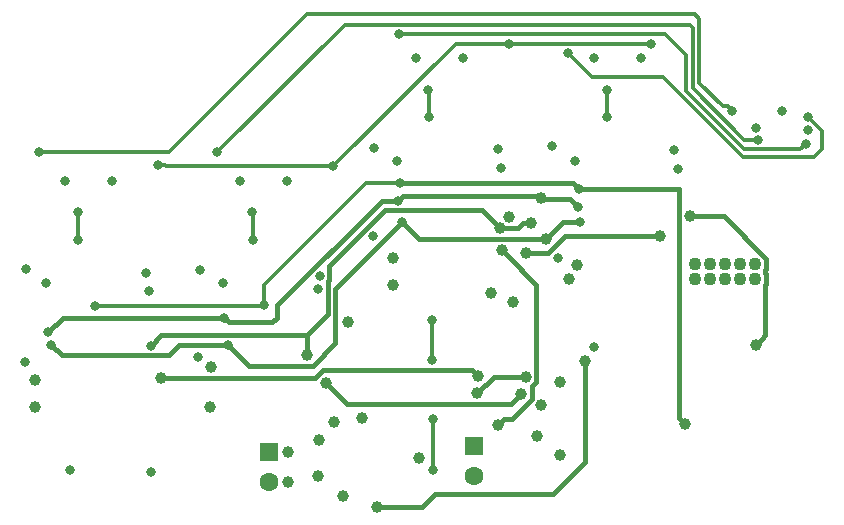
<source format=gbl>
G04 #@! TF.GenerationSoftware,KiCad,Pcbnew,(5.0.0-rc2-dev-70-g2da7199a3)*
G04 #@! TF.CreationDate,2018-03-19T21:57:51-04:00*
G04 #@! TF.ProjectId,analog,616E616C6F672E6B696361645F706362,rev?*
G04 #@! TF.SameCoordinates,Original*
G04 #@! TF.FileFunction,Copper,L4,Bot,Signal*
G04 #@! TF.FilePolarity,Positive*
%FSLAX46Y46*%
G04 Gerber Fmt 4.6, Leading zero omitted, Abs format (unit mm)*
G04 Created by KiCad (PCBNEW (5.0.0-rc2-dev-70-g2da7199a3)) date 03/19/18 21:57:51*
%MOMM*%
%LPD*%
G01*
G04 APERTURE LIST*
%ADD10R,1.600000X1.600000*%
%ADD11C,1.600000*%
%ADD12C,1.100000*%
%ADD13C,1.000000*%
%ADD14C,0.800000*%
%ADD15C,0.400000*%
%ADD16C,0.350000*%
G04 APERTURE END LIST*
D10*
X39300000Y-37800000D03*
D11*
X39300000Y-40300000D03*
X22000000Y-40800000D03*
D10*
X22000000Y-38300000D03*
D12*
X63140000Y-22365000D03*
X63140000Y-23635000D03*
X61870000Y-22365000D03*
X61870000Y-23635000D03*
X60600000Y-22365000D03*
X60600000Y-23635000D03*
X59330000Y-22365000D03*
X59330000Y-23635000D03*
X58060000Y-22365000D03*
X58060000Y-23635000D03*
D13*
X57210960Y-35926813D03*
D14*
X33100000Y-15500000D03*
X48200000Y-16000000D03*
X21532902Y-25831664D03*
X7200000Y-25900000D03*
D13*
X23600000Y-38300000D03*
X48063598Y-22449988D03*
X44990821Y-34261681D03*
X32500012Y-21823062D03*
X46636404Y-32336404D03*
X26200000Y-37300000D03*
X27500000Y-35700000D03*
D14*
X18100000Y-24000000D03*
D13*
X17054502Y-31099990D03*
D14*
X63200000Y-10875010D03*
D13*
X23600000Y-40800000D03*
D14*
X46444791Y-21812280D03*
D13*
X40800000Y-24800000D03*
X42600000Y-25599998D03*
X28700000Y-27300000D03*
X28200000Y-41999990D03*
D14*
X26292286Y-23339100D03*
X30765692Y-19965694D03*
X26099990Y-24513154D03*
D13*
X29805407Y-35400032D03*
X32500012Y-24100000D03*
X47369783Y-23590043D03*
D14*
X15919279Y-30244179D03*
D13*
X26100000Y-40300000D03*
X34700000Y-38800000D03*
X44700000Y-36900000D03*
X46600000Y-38500000D03*
D14*
X1300000Y-30700000D03*
X67600000Y-11000000D03*
X65381634Y-9376387D03*
X12000000Y-40000000D03*
X30900000Y-12499998D03*
X56290908Y-12699992D03*
X56567761Y-14356636D03*
X41356700Y-12627066D03*
X41600000Y-14250012D03*
X45900000Y-12400000D03*
X16100000Y-22899986D03*
X1400000Y-22800000D03*
X49500000Y-29400000D03*
X35817119Y-39817858D03*
X35900000Y-35500000D03*
X35800004Y-27100000D03*
X35800000Y-30500000D03*
X67600000Y-9900000D03*
X47300000Y-4499998D03*
X32975661Y-2875010D03*
X67400000Y-12200000D03*
X63352756Y-11863286D03*
X17600000Y-12900000D03*
X61200000Y-9399999D03*
X2500000Y-12900000D03*
X54299999Y-3700000D03*
X42300000Y-3700000D03*
X12600000Y-14000000D03*
X27400000Y-14100000D03*
D13*
X48700000Y-30600000D03*
X31100000Y-42900000D03*
X43700000Y-31900000D03*
X39600000Y-33300000D03*
X41513477Y-19320488D03*
X44189595Y-18872822D03*
X43700000Y-21400001D03*
X25200000Y-30100000D03*
X55088577Y-19961385D03*
D14*
X11944267Y-29300010D03*
D13*
X63200000Y-29200000D03*
X57610971Y-18337762D03*
X45000000Y-16800000D03*
D14*
X48151823Y-17510699D03*
X32900000Y-17000000D03*
X18200000Y-26900000D03*
X3300000Y-28100000D03*
D13*
X45442394Y-20224833D03*
D14*
X3535757Y-29224990D03*
X18500011Y-29224990D03*
D13*
X42260372Y-18381246D03*
X41699998Y-21200012D03*
X41400000Y-36000000D03*
X26802414Y-32432415D03*
X43300000Y-33400000D03*
X39654530Y-31871510D03*
X12800000Y-32000002D03*
D14*
X48335757Y-18824990D03*
X50574990Y-7600000D03*
X50600000Y-9900000D03*
X49500000Y-4900000D03*
X53500000Y-4900000D03*
X47900000Y-13600000D03*
X33235757Y-18824990D03*
X35474990Y-7600000D03*
X35500000Y-9900000D03*
X34400000Y-4900000D03*
X38400000Y-4900000D03*
X32800000Y-13600000D03*
X20574990Y-18000000D03*
X20600000Y-20300000D03*
D13*
X17000000Y-34500000D03*
D14*
X19500000Y-15300000D03*
X23500000Y-15300000D03*
D13*
X2200000Y-32200006D03*
D14*
X3100000Y-24000000D03*
X8700000Y-15300000D03*
X5100000Y-39800000D03*
X11600000Y-23100000D03*
X11800000Y-24650012D03*
X4700000Y-15300000D03*
D13*
X2200000Y-34500000D03*
D14*
X5800000Y-20300000D03*
X5774990Y-18000000D03*
D15*
X56710961Y-35426814D02*
X57210960Y-35926813D01*
X48200000Y-16000000D02*
X56710961Y-16000000D01*
X56710961Y-16000000D02*
X56710961Y-35426814D01*
D16*
X21532902Y-24167098D02*
X30200000Y-15500000D01*
X21532902Y-25831664D02*
X21532902Y-24167098D01*
X30200000Y-15500000D02*
X32534315Y-15500000D01*
X32534315Y-15500000D02*
X33100000Y-15500000D01*
D15*
X48200000Y-16000000D02*
X47700000Y-15500000D01*
X33665685Y-15500000D02*
X33100000Y-15500000D01*
X47700000Y-15500000D02*
X33665685Y-15500000D01*
D16*
X48000000Y-16000000D02*
X48200000Y-16000000D01*
X21464566Y-25900000D02*
X21532902Y-25831664D01*
X7200000Y-25900000D02*
X21464566Y-25900000D01*
X35900000Y-35500000D02*
X35900000Y-39734977D01*
X35900000Y-39734977D02*
X35817119Y-39817858D01*
X35800000Y-27100004D02*
X35800004Y-27100000D01*
X35800000Y-30500000D02*
X35800000Y-27100004D01*
X55297332Y-6500000D02*
X62097332Y-13300000D01*
X62097332Y-13300000D02*
X68100000Y-13300000D01*
X47300000Y-4499998D02*
X49300002Y-6500000D01*
X49300002Y-6500000D02*
X55297332Y-6500000D01*
X68800000Y-12600000D02*
X68800000Y-11100000D01*
X68100000Y-13300000D02*
X68800000Y-12600000D01*
X67999999Y-10299999D02*
X67600000Y-9900000D01*
X68800000Y-11100000D02*
X67999999Y-10299999D01*
X67400000Y-12200000D02*
X66961712Y-12638288D01*
X57299978Y-7724813D02*
X57299978Y-4677811D01*
X66961712Y-12638288D02*
X62213453Y-12638288D01*
X55497177Y-2875010D02*
X33541346Y-2875010D01*
X33541346Y-2875010D02*
X32975661Y-2875010D01*
X57299978Y-4677811D02*
X55497177Y-2875010D01*
X62213453Y-12638288D02*
X57299978Y-7724813D01*
X57849989Y-7496991D02*
X62216284Y-11863286D01*
X62787071Y-11863286D02*
X63352756Y-11863286D01*
X57849989Y-2349989D02*
X57849989Y-7496991D01*
X57600000Y-2100000D02*
X57849989Y-2349989D01*
X28400000Y-2100000D02*
X57600000Y-2100000D01*
X62216284Y-11863286D02*
X62787071Y-11863286D01*
X17600000Y-12900000D02*
X28400000Y-2100000D01*
X58400000Y-7000000D02*
X60400000Y-9000000D01*
X58400000Y-1600000D02*
X58400000Y-7000000D01*
X58000000Y-1200000D02*
X58400000Y-1600000D01*
X25200000Y-1200000D02*
X58000000Y-1200000D01*
X2500000Y-12900000D02*
X13500000Y-12900000D01*
X13500000Y-12900000D02*
X25200000Y-1200000D01*
X60400000Y-9000000D02*
X60800001Y-9000000D01*
X60800001Y-9000000D02*
X61200000Y-9399999D01*
X37800000Y-3700000D02*
X41734315Y-3700000D01*
X41734315Y-3700000D02*
X42300000Y-3700000D01*
X27400000Y-14100000D02*
X37800000Y-3700000D01*
X42865685Y-3700000D02*
X54299999Y-3700000D01*
X42300000Y-3700000D02*
X42865685Y-3700000D01*
X13165685Y-14000000D02*
X13265685Y-14100000D01*
X12600000Y-14000000D02*
X13165685Y-14000000D01*
X13265685Y-14100000D02*
X27400000Y-14100000D01*
D15*
X34900000Y-42900000D02*
X36000000Y-41800000D01*
X31100000Y-42900000D02*
X34900000Y-42900000D01*
X36000000Y-41800000D02*
X46000000Y-41800000D01*
X46000000Y-41800000D02*
X48700000Y-39100000D01*
X48700000Y-39100000D02*
X48700000Y-30600000D01*
X39600000Y-33300000D02*
X41000000Y-31900000D01*
X41000000Y-31900000D02*
X43700000Y-31900000D01*
X43482489Y-18872822D02*
X43034823Y-19320488D01*
X26992287Y-23823101D02*
X27092287Y-23723101D01*
X26992287Y-26612462D02*
X26992287Y-23823101D01*
X27092287Y-23723101D02*
X27092287Y-22507713D01*
X44189595Y-18872822D02*
X43482489Y-18872822D01*
X25204738Y-28400011D02*
X26992287Y-26612462D01*
X41013478Y-18820489D02*
X41513477Y-19320488D01*
X31800000Y-17800000D02*
X39992989Y-17800000D01*
X27092287Y-22507713D02*
X31800000Y-17800000D01*
X39992989Y-17800000D02*
X41013478Y-18820489D01*
X43034823Y-19320488D02*
X41513477Y-19320488D01*
X55088577Y-19961385D02*
X47038615Y-19961385D01*
X47038615Y-19961385D02*
X45599999Y-21400001D01*
X44407106Y-21400001D02*
X43700000Y-21400001D01*
X45599999Y-21400001D02*
X44407106Y-21400001D01*
X25200000Y-30100000D02*
X25200000Y-29392894D01*
X25200000Y-29392894D02*
X25204738Y-29388156D01*
X25204738Y-29388156D02*
X25204738Y-28400011D01*
X11944267Y-29300010D02*
X12844266Y-28400011D01*
X12844266Y-28400011D02*
X25204738Y-28400011D01*
X64000000Y-23088998D02*
X64090001Y-23178999D01*
X64090001Y-22821001D02*
X64000000Y-22911002D01*
X60518764Y-18337762D02*
X64090001Y-21908999D01*
X64000000Y-22911002D02*
X64000000Y-23088998D01*
X64090001Y-21908999D02*
X64090001Y-22821001D01*
X57610971Y-18337762D02*
X60518764Y-18337762D01*
X64090001Y-23178999D02*
X64090001Y-24091001D01*
X64090001Y-24091001D02*
X64000000Y-24181002D01*
X64000000Y-24181002D02*
X64000000Y-28400000D01*
X64000000Y-28400000D02*
X63699999Y-28700001D01*
X63699999Y-28700001D02*
X63200000Y-29200000D01*
X44900000Y-16819336D02*
X44980664Y-16819336D01*
X44980664Y-16819336D02*
X45000000Y-16800000D01*
X44680665Y-16600001D02*
X33299999Y-16600001D01*
X44900000Y-16819336D02*
X44680665Y-16600001D01*
X33299999Y-16600001D02*
X32900000Y-17000000D01*
X22651457Y-25848543D02*
X31500000Y-17000000D01*
X22251458Y-27299999D02*
X22651457Y-26900000D01*
X18599999Y-27299999D02*
X22251458Y-27299999D01*
X18200000Y-26900000D02*
X18599999Y-27299999D01*
X22651457Y-26900000D02*
X22651457Y-25848543D01*
X31500000Y-17000000D02*
X32334315Y-17000000D01*
X32334315Y-17000000D02*
X32900000Y-17000000D01*
X47460460Y-16819336D02*
X44900000Y-16819336D01*
X48151823Y-17510699D02*
X47460460Y-16819336D01*
X17634315Y-26900000D02*
X18200000Y-26900000D01*
X4500000Y-26900000D02*
X17634315Y-26900000D01*
X3300000Y-28100000D02*
X4500000Y-26900000D01*
X33235757Y-18824990D02*
X34635600Y-20224833D01*
X45942393Y-19724834D02*
X45442394Y-20224833D01*
X46842237Y-18824990D02*
X45942393Y-19724834D01*
X44735288Y-20224833D02*
X45442394Y-20224833D01*
X34635600Y-20224833D02*
X44735288Y-20224833D01*
X48335757Y-18824990D02*
X46842237Y-18824990D01*
X27600000Y-24460747D02*
X27600000Y-29067998D01*
X27600000Y-29067998D02*
X25667998Y-31000000D01*
X33235757Y-18824990D02*
X27600000Y-24460747D01*
X20275021Y-31000000D02*
X18900010Y-29624989D01*
X18900010Y-29624989D02*
X18500011Y-29224990D01*
X25667998Y-31000000D02*
X20275021Y-31000000D01*
X13499989Y-30100011D02*
X14375010Y-29224990D01*
X17934326Y-29224990D02*
X18500011Y-29224990D01*
X3535757Y-29224990D02*
X4410778Y-30100011D01*
X4410778Y-30100011D02*
X13499989Y-30100011D01*
X14375010Y-29224990D02*
X17934326Y-29224990D01*
X42199997Y-21700011D02*
X41699998Y-21200012D01*
X41899999Y-35500001D02*
X42532003Y-35500001D01*
X44200002Y-33832002D02*
X44200002Y-32732002D01*
X41400000Y-36000000D02*
X41899999Y-35500001D01*
X44200002Y-32732002D02*
X44600002Y-32332002D01*
X42532003Y-35500001D02*
X44200002Y-33832002D01*
X44600002Y-24100016D02*
X42199997Y-21700011D01*
X44600002Y-32332002D02*
X44600002Y-24100016D01*
X43300000Y-33400000D02*
X42499999Y-34200001D01*
X42499999Y-34200001D02*
X28570000Y-34200001D01*
X27302413Y-32932414D02*
X26802414Y-32432415D01*
X28570000Y-34200001D02*
X27302413Y-32932414D01*
X25902825Y-32000002D02*
X26531316Y-31371511D01*
X12800000Y-32000002D02*
X25902825Y-32000002D01*
X26531316Y-31371511D02*
X39154531Y-31371511D01*
X39154531Y-31371511D02*
X39654530Y-31871510D01*
D16*
X50600000Y-7625010D02*
X50574990Y-7600000D01*
X50600000Y-9900000D02*
X50600000Y-7625010D01*
X35500000Y-7625010D02*
X35474990Y-7600000D01*
X35500000Y-9900000D02*
X35500000Y-7625010D01*
X20600000Y-18025010D02*
X20574990Y-18000000D01*
X20600000Y-20300000D02*
X20600000Y-18025010D01*
X5800000Y-20300000D02*
X5800000Y-18025010D01*
X5800000Y-18025010D02*
X5774990Y-18000000D01*
M02*

</source>
